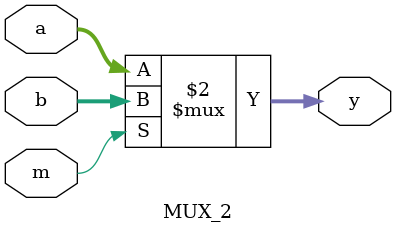
<source format=v>
`timescale 1ns / 1ps


module MUX_2
#(parameter WIDTH = 32)
(
    input   m,
    input   [WIDTH-1:0] a,b,
    output  [WIDTH-1:0] y
    );
assign y=(m==1)?b:a;   
endmodule

</source>
